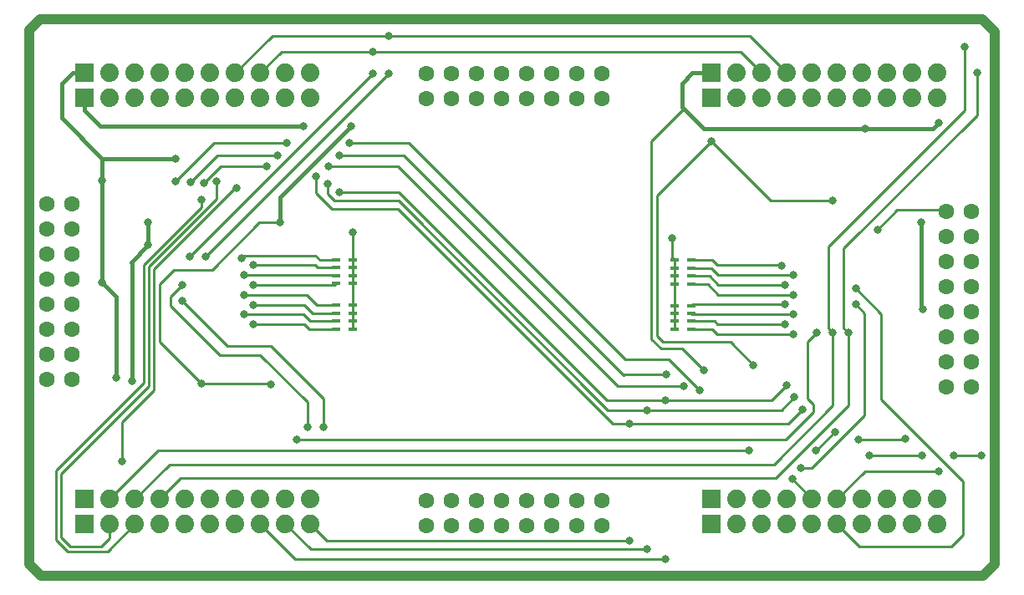
<source format=gbl>
G04 Layer_Physical_Order=2*
G04 Layer_Color=16711680*
%FSLAX44Y44*%
%MOMM*%
G71*
G01*
G75*
%ADD14R,0.9000X0.4500*%
%ADD16C,0.4000*%
%ADD17C,0.2500*%
%ADD18C,0.2540*%
%ADD19R,1.8796X1.8796*%
%ADD20C,1.8796*%
%ADD21C,1.6000*%
%ADD22C,0.8000*%
%ADD23C,1.0000*%
D14*
X322800Y315300D02*
D03*
Y307300D02*
D03*
Y323300D02*
D03*
Y331300D02*
D03*
X339800Y307300D02*
D03*
Y315300D02*
D03*
Y331300D02*
D03*
Y323300D02*
D03*
X322800Y269300D02*
D03*
Y261300D02*
D03*
Y277300D02*
D03*
Y285300D02*
D03*
X339800Y261300D02*
D03*
Y269300D02*
D03*
Y285300D02*
D03*
Y277300D02*
D03*
X682500Y323000D02*
D03*
Y331000D02*
D03*
Y315000D02*
D03*
Y307000D02*
D03*
X665500Y331000D02*
D03*
Y323000D02*
D03*
Y307000D02*
D03*
Y315000D02*
D03*
X682500Y277000D02*
D03*
Y285000D02*
D03*
Y269000D02*
D03*
Y261000D02*
D03*
X665500Y285000D02*
D03*
Y277000D02*
D03*
Y261000D02*
D03*
Y269000D02*
D03*
D16*
X695000Y464000D02*
X859000D01*
X675000Y484000D02*
X695000Y464000D01*
X859000D02*
X927000D01*
X933000Y470000D01*
X86000Y308000D02*
X100000Y294000D01*
Y212000D02*
Y294000D01*
X116000Y208000D02*
Y328000D01*
X115000Y329000D02*
X116000Y328000D01*
X683700Y520700D02*
X703200D01*
X673000Y510000D02*
X683700Y520700D01*
X915000Y283000D02*
X917000Y281000D01*
X915000Y283000D02*
Y369000D01*
X68200Y482800D02*
Y495300D01*
Y482800D02*
X84000Y467000D01*
X290000D01*
X266000Y395000D02*
X338000Y467000D01*
X266000Y369000D02*
Y395000D01*
X55700Y520700D02*
X68200D01*
X45000Y510000D02*
X55700Y520700D01*
X45000Y475000D02*
Y510000D01*
Y475000D02*
X86000Y434000D01*
X160000D01*
X86000Y308000D02*
Y412000D01*
Y434000D01*
X115000Y329000D02*
X132000Y346000D01*
Y369000D01*
X673000Y486000D02*
Y510000D01*
Y486000D02*
X675000Y484000D01*
D17*
X138000Y199000D02*
Y322000D01*
X106000Y167000D02*
X138000Y199000D01*
X106000Y127000D02*
Y167000D01*
X784700Y109000D02*
X804800Y88900D01*
X396000Y450000D02*
X616000Y230000D01*
X336000Y450000D02*
X396000D01*
X391000Y437000D02*
X614000Y214000D01*
X326000Y437000D02*
X391000D01*
X608000Y203000D02*
X675000D01*
X385000Y426000D02*
X608000Y203000D01*
X315000Y426000D02*
X385000D01*
X597000Y189000D02*
X656000D01*
X386000Y400000D02*
X597000Y189000D01*
X326000Y400000D02*
X386000D01*
X598000Y179000D02*
X638000D01*
X386000Y391000D02*
X598000Y179000D01*
X321000Y391000D02*
X386000D01*
X603000Y165000D02*
X620000D01*
X385000Y383000D02*
X603000Y165000D01*
X318000Y383000D02*
X385000D01*
X199000Y450000D02*
X273000D01*
X302000Y399000D02*
Y416000D01*
Y399000D02*
X318000Y383000D01*
X160000Y411000D02*
X199000Y450000D01*
X189000Y409000D02*
X206000Y426000D01*
X948000Y133000D02*
X976000D01*
X804000Y120000D02*
X858000Y174000D01*
X793000Y120000D02*
X804000D01*
X841500Y183500D02*
Y257500D01*
X768000Y110000D02*
X841500Y183500D01*
X165500Y110000D02*
X768000D01*
X202300Y437000D02*
X263000D01*
X175300Y410000D02*
X202300Y437000D01*
X206000Y426000D02*
X252000D01*
X91500Y36000D02*
X119000Y63500D01*
X50929Y36000D02*
X91500D01*
X39000Y47929D02*
X50929Y36000D01*
X128000Y326142D02*
X186000Y384142D01*
Y392000D01*
X93600Y49600D02*
Y63500D01*
X85000Y41000D02*
X93600Y49600D01*
X53000Y41000D02*
X85000D01*
X44000Y50000D02*
X53000Y41000D01*
X133000Y324071D02*
X202000Y393071D01*
Y411000D01*
X220000Y404000D02*
X222000D01*
X138000Y322000D02*
X220000Y404000D01*
X800500Y190500D02*
X806000Y185000D01*
Y177000D02*
Y185000D01*
X314000Y398000D02*
Y408000D01*
Y398000D02*
X321000Y391000D01*
X825500Y183500D02*
Y257500D01*
X766000Y124000D02*
X825500Y183500D01*
X154100Y124000D02*
X766000D01*
X781000Y165000D02*
X795500Y179500D01*
X620000Y165000D02*
X781000D01*
X774000Y179000D02*
X787000Y192000D01*
X638000Y179000D02*
X774000D01*
X764000Y189000D02*
X779000Y204000D01*
X656000Y189000D02*
X764000D01*
X246000Y63500D02*
X281500Y28000D01*
X296800Y63500D02*
X313300Y47000D01*
X271400Y63500D02*
X296900Y38000D01*
X155000Y285000D02*
Y294000D01*
X166800Y305800D01*
X849000Y286000D02*
X858000Y277000D01*
Y174000D02*
Y277000D01*
X849000Y302000D02*
X875000Y276000D01*
Y190000D02*
Y276000D01*
X837000Y262000D02*
X841500Y257500D01*
X875000Y190000D02*
X958000Y107000D01*
Y53000D02*
Y107000D01*
X946000Y41000D02*
X958000Y53000D01*
X852700Y41000D02*
X946000D01*
X830200Y63500D02*
X852700Y41000D01*
X119000Y88900D02*
X154100Y124000D01*
X821000Y262000D02*
X825500Y257500D01*
X144400Y88900D02*
X165500Y110000D01*
X376000Y558000D02*
X742100D01*
X257900D02*
X376000D01*
X360000Y542000D02*
X732700D01*
X267300D02*
X360000D01*
X174300Y334300D02*
X360000Y520000D01*
X190300Y334300D02*
X376000Y520000D01*
X742100Y558000D02*
X779400Y520700D01*
X220600D02*
X257900Y558000D01*
X246000Y520700D02*
X267300Y542000D01*
X732700D02*
X754000Y520700D01*
X306300Y331300D02*
X322800D01*
X301800Y335800D02*
X306300Y331300D01*
X304300Y323300D02*
X322800D01*
X301800Y325800D02*
X304300Y323300D01*
X322300Y315800D02*
X322800Y315300D01*
X229800Y315800D02*
X322300D01*
X321300Y305800D02*
X322800Y307300D01*
X238800Y305800D02*
X321300D01*
X303300Y285300D02*
X322800D01*
X292800Y295800D02*
X303300Y285300D01*
X229800Y295800D02*
X292800D01*
X299300Y277300D02*
X322800D01*
X290800Y285800D02*
X299300Y277300D01*
X238800Y285800D02*
X290800D01*
X296300Y269300D02*
X322800D01*
X295300Y261300D02*
X322800D01*
X290800Y265800D02*
X295300Y261300D01*
X238800Y265800D02*
X290800D01*
X709000Y256000D02*
X786000D01*
X704000Y261000D02*
X709000Y256000D01*
X682500Y261000D02*
X704000D01*
X709000Y266000D02*
X777000D01*
X706000Y269000D02*
X709000Y266000D01*
X682500Y269000D02*
X706000D01*
X683500Y276000D02*
X786000D01*
X682500Y277000D02*
X683500Y276000D01*
X683500Y286000D02*
X777000D01*
X682500Y285000D02*
X683500Y286000D01*
X710000Y296000D02*
X786000D01*
X699000Y307000D02*
X710000Y296000D01*
X682500Y307000D02*
X699000D01*
X710000Y306000D02*
X777000D01*
X701000Y315000D02*
X710000Y306000D01*
X682500Y315000D02*
X701000D01*
X703000Y323000D02*
X710000Y316000D01*
X682500Y323000D02*
X703000D01*
X704000Y331000D02*
X709000Y326000D01*
X682500Y331000D02*
X704000D01*
X863000Y133000D02*
X916000D01*
X898000Y149000D02*
X899000Y150000D01*
X852000Y149000D02*
X898000D01*
X858300Y117000D02*
X933000D01*
X830200Y88900D02*
X858300Y117000D01*
X821000Y262000D02*
Y345000D01*
X837000Y262000D02*
Y343000D01*
X614000Y214000D02*
X615000Y215000D01*
X657000D01*
X673000Y241000D02*
X695000Y219000D01*
X652000Y241000D02*
X673000D01*
X642000Y251000D02*
X652000Y241000D01*
X642000Y251000D02*
Y451000D01*
X675000Y484000D01*
X722000Y248000D02*
X745500Y224500D01*
X654000Y248000D02*
X722000D01*
X648000Y254000D02*
X654000Y248000D01*
X648000Y254000D02*
Y396000D01*
X703000Y451000D01*
X616000Y230000D02*
X660000D01*
X691000Y199000D01*
X871000Y362000D02*
X890750Y381750D01*
X939050D01*
X940300Y380500D01*
X762500Y391500D02*
X825500D01*
X703000Y451000D02*
X762500Y391500D01*
X709000Y326000D02*
X709000Y326000D01*
X710000Y316000D02*
X786000D01*
X709000Y326000D02*
X774000D01*
X800500Y190500D02*
Y248500D01*
X809500Y257500D01*
X665500Y261000D02*
Y269000D01*
Y277000D01*
Y285000D01*
Y307000D01*
Y315000D01*
Y323000D01*
Y331000D01*
X821000Y345000D02*
X959000Y483000D01*
Y547000D01*
X972000Y478000D02*
Y520700D01*
X837000Y343000D02*
X972000Y478000D01*
X39000Y47929D02*
Y118000D01*
X128000Y207000D01*
Y326142D01*
X44000Y50000D02*
Y114000D01*
X133000Y203000D01*
Y324071D01*
X778000Y149000D02*
X806000Y177000D01*
X283000Y149000D02*
X778000D01*
X339800Y358800D02*
X340000Y359000D01*
X339800Y261300D02*
Y269300D01*
Y277300D01*
Y285300D01*
Y307300D01*
Y315300D01*
Y323300D01*
Y331300D01*
Y358800D01*
X185400Y206000D02*
X186000D01*
X144000Y248000D02*
X186000Y206000D01*
X144000Y248000D02*
Y307000D01*
X158000Y321000D01*
X197000D01*
X245000Y369000D01*
X266000D01*
X166800Y289800D02*
X212600Y244000D01*
X257000D01*
X310000Y191000D01*
Y162000D02*
Y191000D01*
X294000Y162000D02*
Y187000D01*
X155000Y285000D02*
X205000Y235000D01*
X246000D01*
X294000Y187000D01*
X186000Y206000D02*
X256000D01*
X257000Y205000D01*
X238800Y325800D02*
X301800D01*
X229800Y335800D02*
X301800D01*
X281500Y28000D02*
X656000D01*
X296900Y38000D02*
X638000D01*
X313300Y47000D02*
X620000D01*
X663000Y333500D02*
X665500Y331000D01*
X663000Y333500D02*
Y353000D01*
X809000Y138000D02*
X828000Y157000D01*
X93600Y88900D02*
X142700Y138000D01*
X741000D01*
X229800Y275800D02*
X289800D01*
X296300Y269300D01*
D18*
X296800Y520700D02*
X301880Y525780D01*
D19*
X703200Y88900D02*
D03*
Y495300D02*
D03*
Y63500D02*
D03*
Y520700D02*
D03*
X68200Y88900D02*
D03*
Y495300D02*
D03*
Y63500D02*
D03*
Y520700D02*
D03*
D20*
X728600Y88900D02*
D03*
X754000D02*
D03*
X779400D02*
D03*
X804800D02*
D03*
X830200D02*
D03*
X855600D02*
D03*
X881000D02*
D03*
X906400D02*
D03*
X931800D02*
D03*
X728600Y495300D02*
D03*
X754000D02*
D03*
X779400D02*
D03*
X804800D02*
D03*
X830200D02*
D03*
X855600D02*
D03*
X881000D02*
D03*
X906400D02*
D03*
X931800D02*
D03*
X728600Y63500D02*
D03*
X754000D02*
D03*
X779400D02*
D03*
X804800D02*
D03*
X830200D02*
D03*
X855600D02*
D03*
X881000D02*
D03*
X906400D02*
D03*
X931800D02*
D03*
X728600Y520700D02*
D03*
X754000D02*
D03*
X779400D02*
D03*
X804800D02*
D03*
X830200D02*
D03*
X855600D02*
D03*
X881000D02*
D03*
X906400D02*
D03*
X931800D02*
D03*
X93600Y88900D02*
D03*
X119000D02*
D03*
X144400D02*
D03*
X169800D02*
D03*
X195200D02*
D03*
X220600D02*
D03*
X246000D02*
D03*
X271400D02*
D03*
X296800D02*
D03*
X93600Y495300D02*
D03*
X119000D02*
D03*
X144400D02*
D03*
X169800D02*
D03*
X195200D02*
D03*
X220600D02*
D03*
X246000D02*
D03*
X271400D02*
D03*
X296800D02*
D03*
X93600Y63500D02*
D03*
X119000D02*
D03*
X144400D02*
D03*
X169800D02*
D03*
X195200D02*
D03*
X220600D02*
D03*
X246000D02*
D03*
X271400D02*
D03*
X296800D02*
D03*
X93600Y520700D02*
D03*
X119000D02*
D03*
X144400D02*
D03*
X169800D02*
D03*
X195200D02*
D03*
X220600D02*
D03*
X246000D02*
D03*
X271400D02*
D03*
X296800D02*
D03*
D21*
X413800Y87000D02*
D03*
X439200D02*
D03*
X464600D02*
D03*
X515400D02*
D03*
X490000D02*
D03*
X540800D02*
D03*
X591600D02*
D03*
X566200D02*
D03*
Y61600D02*
D03*
X591600D02*
D03*
X540800D02*
D03*
X490000D02*
D03*
X515400D02*
D03*
X464600D02*
D03*
X413800D02*
D03*
X439200D02*
D03*
X54700Y235100D02*
D03*
Y209700D02*
D03*
Y260500D02*
D03*
Y311300D02*
D03*
Y285900D02*
D03*
Y336700D02*
D03*
Y387500D02*
D03*
Y362100D02*
D03*
X29300D02*
D03*
Y387500D02*
D03*
Y336700D02*
D03*
Y285900D02*
D03*
Y311300D02*
D03*
Y260500D02*
D03*
Y235100D02*
D03*
Y209700D02*
D03*
X965700Y228100D02*
D03*
Y202700D02*
D03*
Y253500D02*
D03*
Y304300D02*
D03*
Y278900D02*
D03*
Y329700D02*
D03*
Y380500D02*
D03*
Y355100D02*
D03*
X940300D02*
D03*
Y380500D02*
D03*
Y329700D02*
D03*
Y278900D02*
D03*
Y304300D02*
D03*
Y253500D02*
D03*
Y228100D02*
D03*
Y202700D02*
D03*
X592300Y494300D02*
D03*
X566900D02*
D03*
X541500D02*
D03*
X490700D02*
D03*
X516100D02*
D03*
X465300D02*
D03*
X414500D02*
D03*
X439900D02*
D03*
Y519700D02*
D03*
X414500D02*
D03*
X465300D02*
D03*
X516100D02*
D03*
X490700D02*
D03*
X541500D02*
D03*
X592300D02*
D03*
X566900D02*
D03*
D22*
X859000Y464000D02*
D03*
X100000Y212000D02*
D03*
X116000Y208000D02*
D03*
X336000Y450000D02*
D03*
X273000D02*
D03*
X315000Y426000D02*
D03*
X302000Y416000D02*
D03*
X326000Y437000D02*
D03*
X189000Y409000D02*
D03*
X160000Y411000D02*
D03*
X976000Y133000D02*
D03*
X948000D02*
D03*
X916000D02*
D03*
X828000Y157000D02*
D03*
X793000Y120000D02*
D03*
X899000Y150000D02*
D03*
X263000Y437000D02*
D03*
X175300Y410000D02*
D03*
X675000Y203000D02*
D03*
X252000Y426000D02*
D03*
X186000Y392000D02*
D03*
X202000Y411000D02*
D03*
X222000Y404000D02*
D03*
X314000Y408000D02*
D03*
X326000Y400000D02*
D03*
X620000Y165000D02*
D03*
X638000Y179000D02*
D03*
X656000Y189000D02*
D03*
X779000Y204000D02*
D03*
X787000Y192000D02*
D03*
X795500Y179500D02*
D03*
X849000Y286000D02*
D03*
X376000Y558000D02*
D03*
X360000Y542000D02*
D03*
Y520000D02*
D03*
X376000Y520000D02*
D03*
X166800Y305800D02*
D03*
X166800Y289800D02*
D03*
X174300Y334300D02*
D03*
X190300Y334300D02*
D03*
X238800Y305800D02*
D03*
X229800Y315800D02*
D03*
X238800Y285800D02*
D03*
X229800Y295800D02*
D03*
Y275800D02*
D03*
X238800Y265800D02*
D03*
X777000Y266000D02*
D03*
X786000Y256000D02*
D03*
X777000Y286000D02*
D03*
X786000Y276000D02*
D03*
X777000Y306000D02*
D03*
X786000Y296000D02*
D03*
Y316000D02*
D03*
X849000Y302000D02*
D03*
X841500Y257500D02*
D03*
X825500Y257500D02*
D03*
X863000Y133000D02*
D03*
X852000Y149000D02*
D03*
X933000Y117000D02*
D03*
X917000Y281000D02*
D03*
X657000Y215000D02*
D03*
X691000Y199000D02*
D03*
X695000Y219000D02*
D03*
X745500Y224500D02*
D03*
X703000Y451000D02*
D03*
X871000Y362000D02*
D03*
X915000Y369000D02*
D03*
X825500Y391500D02*
D03*
X774000Y325000D02*
D03*
X809500Y257500D02*
D03*
X959000Y547000D02*
D03*
X972000Y520700D02*
D03*
X86000Y308000D02*
D03*
X310000Y162000D02*
D03*
X294000D02*
D03*
X283000Y149000D02*
D03*
X186000Y206000D02*
D03*
X339800Y358800D02*
D03*
X266000Y369000D02*
D03*
X257000Y205000D02*
D03*
X338000Y467000D02*
D03*
X290000D02*
D03*
X160000Y434000D02*
D03*
X86000Y412000D02*
D03*
X238800Y325800D02*
D03*
X226800Y332800D02*
D03*
X656000Y28000D02*
D03*
X638000Y38000D02*
D03*
X620000Y47000D02*
D03*
X132000Y346000D02*
D03*
Y369000D02*
D03*
X933000Y470000D02*
D03*
X663000Y353000D02*
D03*
X106000Y127000D02*
D03*
X784700Y109000D02*
D03*
X809000Y138000D02*
D03*
X741000Y138000D02*
D03*
D23*
X12000Y23000D02*
Y554000D01*
X977000Y575000D02*
X990000Y562000D01*
Y23000D02*
Y562000D01*
X12000Y23000D02*
X24000Y11000D01*
X978000D01*
X990000Y23000D01*
X18000Y570000D02*
X23000Y575000D01*
X977000D01*
X12000Y554000D02*
Y564000D01*
Y554000D02*
Y564000D01*
X18000Y570000D01*
M02*

</source>
